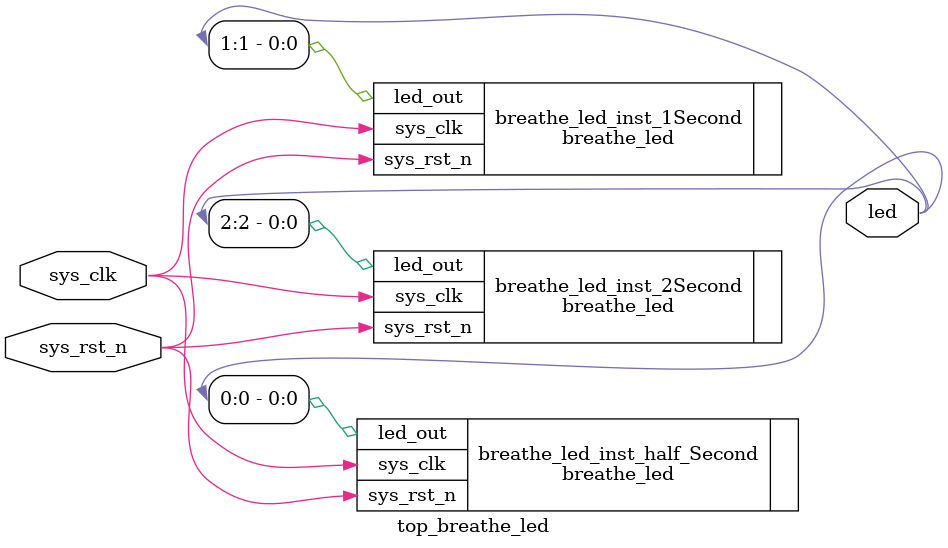
<source format=v>
module top_breathe_led(
        input        sys_clk,
        input        sys_rst_n,
        output [2:0] led
    );

    parameter CNT_microSeconds_MAX = 7'd100; //default 2s period
    parameter CNT_milliSeconds_MAX = 10'd1000;
    parameter CNT_Seconds_MAX      = 10'd1000;


    // LED instance, 0.5S period
    breathe_led #(
                    .CNT_microSeconds_MAX (7'd25),
                    .CNT_milliSeconds_MAX (CNT_milliSeconds_MAX),
                    .CNT_Seconds_MAX      (CNT_Seconds_MAX)
                )
                breathe_led_inst_half_Second (
                    .sys_clk   (sys_clk),
                    .sys_rst_n (sys_rst_n),
                    .led_out   (led[0])
                );


    // LED instance, 1S period
    breathe_led #(
                    .CNT_microSeconds_MAX (7'd50),
                    .CNT_milliSeconds_MAX (CNT_milliSeconds_MAX),
                    .CNT_Seconds_MAX      (CNT_Seconds_MAX)
                )
                breathe_led_inst_1Second (
                    .sys_clk   (sys_clk),
                    .sys_rst_n (sys_rst_n),
                    .led_out   (led[1])
                );
                
    // LED instance, 2S period (default)
    breathe_led #(
                    .CNT_microSeconds_MAX (CNT_microSeconds_MAX),
                    .CNT_milliSeconds_MAX (CNT_milliSeconds_MAX),
                    .CNT_Seconds_MAX      (CNT_Seconds_MAX)
                )
                breathe_led_inst_2Second (
                    .sys_clk   (sys_clk),
                    .sys_rst_n (sys_rst_n),
                    .led_out   (led[2])
                );

endmodule

</source>
